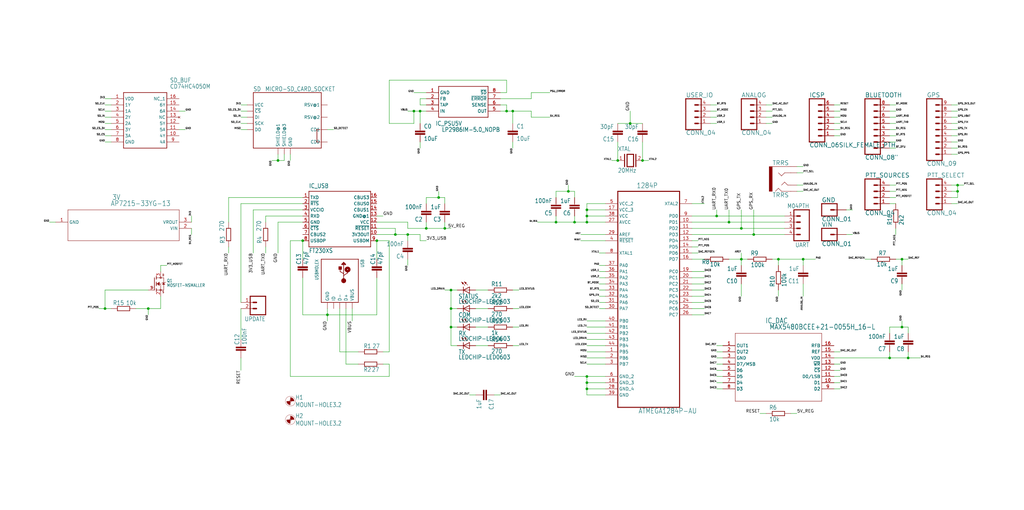
<source format=kicad_sch>
(kicad_sch (version 20211123) (generator eeschema)
  (paper "User" 421.005 210.007)
  (junction (at 264.16 66.04))
  (junction (at 185.42 119.38))
  (junction (at 259.08 50.8))
  (junction (at 208.28 45.72))
  (junction (at 185.42 134.62))
  (junction (at 241.3 91.44))
  (junction (at 185.42 127))
  (junction (at 170.18 45.72))
  (junction (at 294.64 88.9))
  (junction (at 370.84 106.68))
  (junction (at 241.3 86.36))
  (junction (at 172.72 45.72))
  (junction (at 304.8 93.98))
  (junction (at 393.7 76.2))
  (junction (at 134.62 129.54))
  (junction (at 182.88 93.98))
  (junction (at 114.3 66.04))
  (junction (at 241.3 157.48))
  (junction (at 373.38 147.32))
  (junction (at 162.56 96.52))
  (junction (at 180.34 81.28))
  (junction (at 241.3 160.02))
  (junction (at 60.96 127))
  (junction (at 304.8 106.68))
  (junction (at 233.68 78.74))
  (junction (at 43.18 127))
  (junction (at 370.84 134.62))
  (junction (at 241.3 88.9))
  (junction (at 175.26 93.98))
  (junction (at 365.76 147.32))
  (junction (at 299.72 91.44))
  (junction (at 124.46 99.06))
  (junction (at 228.6 91.44))
  (junction (at 309.88 96.52))
  (junction (at 210.82 45.72))
  (junction (at 254 66.04))
  (junction (at 167.64 96.52))
  (junction (at 154.94 99.06))
  (junction (at 393.7 78.74))
  (junction (at 241.3 154.94))
  (junction (at 330.2 106.68))
  (junction (at 236.22 91.44))
  (junction (at 320.04 106.68))
  (wire (pts (xy 248.92 114.3) (xy 246.38 114.3)))
  (wire (pts (xy 114.3 63.5) (xy 114.3 66.04)))
  (wire (pts (xy 236.22 91.44) (xy 228.6 91.44)))
  (wire (pts (xy 284.48 127) (xy 289.56 127)))
  (wire (pts (xy 248.92 142.24) (xy 241.3 142.24)))
  (wire (pts (xy 365.76 48.26) (xy 368.3 48.26)))
  (wire (pts (xy 124.46 91.44) (xy 114.3 91.44)))
  (wire (pts (xy 167.64 106.68) (xy 167.64 109.22)))
  (wire (pts (xy 248.92 132.08) (xy 241.3 132.08)))
  (wire (pts (xy 284.48 116.84) (xy 289.56 116.84)))
  (wire (pts (xy 124.46 99.06) (xy 124.46 106.68)))
  (wire (pts (xy 154.94 99.06) (xy 160.02 99.06)))
  (wire (pts (xy 60.96 127) (xy 66.04 127)))
  (wire (pts (xy 259.08 50.8) (xy 264.16 50.8)))
  (wire (pts (xy 210.82 127) (xy 213.36 127)))
  (wire (pts (xy 248.92 127) (xy 246.38 127)))
  (wire (pts (xy 365.76 43.18) (xy 368.3 43.18)))
  (wire (pts (xy 167.64 93.98) (xy 175.26 93.98)))
  (wire (pts (xy 45.72 40.64) (xy 43.18 40.64)))
  (wire (pts (xy 299.72 91.44) (xy 322.58 91.44)))
  (wire (pts (xy 73.66 45.72) (xy 76.2 45.72)))
  (wire (pts (xy 294.64 86.36) (xy 294.64 88.9)))
  (wire (pts (xy 248.92 157.48) (xy 241.3 157.48)))
  (wire (pts (xy 365.76 83.82) (xy 368.3 83.82)))
  (wire (pts (xy 284.48 111.76) (xy 289.56 111.76)))
  (wire (pts (xy 101.6 53.34) (xy 99.06 53.34)))
  (wire (pts (xy 43.18 127) (xy 40.64 127)))
  (wire (pts (xy 99.06 147.32) (xy 99.06 152.4)))
  (wire (pts (xy 104.14 86.36) (xy 104.14 104.14)))
  (wire (pts (xy 167.64 99.06) (xy 167.64 96.52)))
  (wire (pts (xy 391.16 78.74) (xy 393.7 78.74)))
  (wire (pts (xy 299.72 91.44) (xy 299.72 86.36)))
  (wire (pts (xy 368.3 106.68) (xy 370.84 106.68)))
  (wire (pts (xy 210.82 142.24) (xy 213.36 142.24)))
  (wire (pts (xy 365.76 60.96) (xy 368.3 60.96)))
  (wire (pts (xy 248.92 116.84) (xy 246.38 116.84)))
  (wire (pts (xy 185.42 142.24) (xy 185.42 134.62)))
  (wire (pts (xy 254 66.04) (xy 254 58.42)))
  (wire (pts (xy 101.6 43.18) (xy 99.06 43.18)))
  (wire (pts (xy 193.04 162.56) (xy 195.58 162.56)))
  (wire (pts (xy 284.48 101.6) (xy 287.02 101.6)))
  (wire (pts (xy 124.46 88.9) (xy 109.22 88.9)))
  (wire (pts (xy 391.16 48.26) (xy 393.7 48.26)))
  (wire (pts (xy 157.48 144.78) (xy 160.02 144.78)))
  (wire (pts (xy 330.2 116.84) (xy 330.2 121.92)))
  (wire (pts (xy 147.32 149.86) (xy 142.24 149.86)))
  (wire (pts (xy 284.48 121.92) (xy 289.56 121.92)))
  (wire (pts (xy 218.44 40.64) (xy 218.44 38.1)))
  (wire (pts (xy 172.72 45.72) (xy 172.72 50.8)))
  (wire (pts (xy 119.38 63.5) (xy 119.38 66.04)))
  (wire (pts (xy 248.92 121.92) (xy 246.38 121.92)))
  (wire (pts (xy 248.92 111.76) (xy 246.38 111.76)))
  (wire (pts (xy 284.48 119.38) (xy 289.56 119.38)))
  (wire (pts (xy 175.26 38.1) (xy 170.18 38.1)))
  (wire (pts (xy 365.76 45.72) (xy 368.3 45.72)))
  (wire (pts (xy 208.28 45.72) (xy 210.82 45.72)))
  (wire (pts (xy 292.1 50.8) (xy 294.64 50.8)))
  (wire (pts (xy 393.7 78.74) (xy 393.7 76.2)))
  (wire (pts (xy 370.84 116.84) (xy 370.84 119.38)))
  (wire (pts (xy 317.5 106.68) (xy 320.04 106.68)))
  (wire (pts (xy 342.9 160.02) (xy 345.44 160.02)))
  (wire (pts (xy 368.3 93.98) (xy 368.3 96.52)))
  (wire (pts (xy 162.56 93.98) (xy 162.56 96.52)))
  (wire (pts (xy 119.38 154.94) (xy 160.02 154.94)))
  (wire (pts (xy 241.3 162.56) (xy 248.92 162.56)))
  (wire (pts (xy 314.96 43.18) (xy 317.5 43.18)))
  (wire (pts (xy 342.9 50.8) (xy 345.44 50.8)))
  (wire (pts (xy 167.64 91.44) (xy 167.64 93.98)))
  (wire (pts (xy 154.94 88.9) (xy 157.48 88.9)))
  (wire (pts (xy 45.72 43.18) (xy 43.18 43.18)))
  (wire (pts (xy 218.44 48.26) (xy 226.06 48.26)))
  (wire (pts (xy 264.16 66.04) (xy 266.7 66.04)))
  (wire (pts (xy 160.02 50.8) (xy 170.18 50.8)))
  (wire (pts (xy 393.7 81.28) (xy 393.7 78.74)))
  (wire (pts (xy 342.9 53.34) (xy 345.44 53.34)))
  (wire (pts (xy 370.84 134.62) (xy 370.84 132.08)))
  (wire (pts (xy 180.34 81.28) (xy 175.26 81.28)))
  (wire (pts (xy 116.84 63.5) (xy 116.84 66.04)))
  (wire (pts (xy 205.74 43.18) (xy 208.28 43.18)))
  (wire (pts (xy 292.1 48.26) (xy 294.64 48.26)))
  (wire (pts (xy 99.06 127) (xy 99.06 139.7)))
  (wire (pts (xy 248.92 147.32) (xy 241.3 147.32)))
  (wire (pts (xy 254 66.04) (xy 251.46 66.04)))
  (wire (pts (xy 134.62 127) (xy 134.62 129.54)))
  (wire (pts (xy 124.46 99.06) (xy 119.38 99.06)))
  (wire (pts (xy 241.3 86.36) (xy 241.3 88.9)))
  (wire (pts (xy 391.16 43.18) (xy 393.7 43.18)))
  (wire (pts (xy 185.42 134.62) (xy 185.42 127)))
  (wire (pts (xy 327.66 71.12) (xy 330.2 71.12)))
  (wire (pts (xy 370.84 134.62) (xy 373.38 134.62)))
  (wire (pts (xy 43.18 119.38) (xy 60.96 119.38)))
  (wire (pts (xy 205.74 40.64) (xy 218.44 40.64)))
  (wire (pts (xy 139.7 127) (xy 139.7 144.78)))
  (wire (pts (xy 241.3 160.02) (xy 241.3 162.56)))
  (wire (pts (xy 314.96 48.26) (xy 317.5 48.26)))
  (wire (pts (xy 284.48 93.98) (xy 304.8 93.98)))
  (wire (pts (xy 365.76 137.16) (xy 365.76 134.62)))
  (wire (pts (xy 172.72 45.72) (xy 170.18 45.72)))
  (wire (pts (xy 248.92 119.38) (xy 246.38 119.38)))
  (wire (pts (xy 314.96 45.72) (xy 317.5 45.72)))
  (wire (pts (xy 241.3 91.44) (xy 248.92 91.44)))
  (wire (pts (xy 185.42 127) (xy 185.42 119.38)))
  (wire (pts (xy 228.6 88.9) (xy 228.6 91.44)))
  (wire (pts (xy 342.9 147.32) (xy 365.76 147.32)))
  (wire (pts (xy 142.24 127) (xy 142.24 149.86)))
  (wire (pts (xy 365.76 144.78) (xy 365.76 147.32)))
  (wire (pts (xy 109.22 88.9) (xy 109.22 91.44)))
  (wire (pts (xy 208.28 43.18) (xy 208.28 45.72)))
  (wire (pts (xy 55.88 127) (xy 60.96 127)))
  (wire (pts (xy 248.92 160.02) (xy 241.3 160.02)))
  (wire (pts (xy 172.72 40.64) (xy 172.72 43.18)))
  (wire (pts (xy 304.8 93.98) (xy 322.58 93.98)))
  (wire (pts (xy 297.18 144.78) (xy 294.64 144.78)))
  (wire (pts (xy 233.68 78.74) (xy 233.68 76.2)))
  (wire (pts (xy 233.68 78.74) (xy 236.22 78.74)))
  (wire (pts (xy 358.14 106.68) (xy 355.6 106.68)))
  (wire (pts (xy 327.66 68.58) (xy 330.2 68.58)))
  (wire (pts (xy 259.08 50.8) (xy 259.08 45.72)))
  (wire (pts (xy 342.9 154.94) (xy 345.44 154.94)))
  (wire (pts (xy 124.46 83.82) (xy 99.06 83.82)))
  (wire (pts (xy 185.42 119.38) (xy 182.88 119.38)))
  (wire (pts (xy 187.96 127) (xy 185.42 127)))
  (wire (pts (xy 248.92 139.7) (xy 241.3 139.7)))
  (wire (pts (xy 365.76 134.62) (xy 370.84 134.62)))
  (wire (pts (xy 187.96 134.62) (xy 185.42 134.62)))
  (wire (pts (xy 182.88 93.98) (xy 185.42 93.98)))
  (wire (pts (xy 167.64 96.52) (xy 172.72 96.52)))
  (wire (pts (xy 304.8 116.84) (xy 304.8 121.92)))
  (wire (pts (xy 284.48 99.06) (xy 287.02 99.06)))
  (wire (pts (xy 101.6 48.26) (xy 99.06 48.26)))
  (wire (pts (xy 248.92 83.82) (xy 241.3 83.82)))
  (wire (pts (xy 175.26 91.44) (xy 175.26 93.98)))
  (wire (pts (xy 175.26 83.82) (xy 175.26 81.28)))
  (wire (pts (xy 248.92 137.16) (xy 241.3 137.16)))
  (wire (pts (xy 391.16 58.42) (xy 393.7 58.42)))
  (wire (pts (xy 205.74 45.72) (xy 208.28 45.72)))
  (wire (pts (xy 284.48 124.46) (xy 289.56 124.46)))
  (wire (pts (xy 297.18 154.94) (xy 294.64 154.94)))
  (wire (pts (xy 284.48 106.68) (xy 289.56 106.68)))
  (wire (pts (xy 187.96 119.38) (xy 185.42 119.38)))
  (wire (pts (xy 154.94 96.52) (xy 162.56 96.52)))
  (wire (pts (xy 210.82 45.72) (xy 210.82 50.8)))
  (wire (pts (xy 172.72 99.06) (xy 175.26 99.06)))
  (wire (pts (xy 292.1 45.72) (xy 294.64 45.72)))
  (wire (pts (xy 154.94 129.54) (xy 134.62 129.54)))
  (wire (pts (xy 124.46 129.54) (xy 134.62 129.54)))
  (wire (pts (xy 284.48 114.3) (xy 289.56 114.3)))
  (wire (pts (xy 391.16 53.34) (xy 393.7 53.34)))
  (wire (pts (xy 208.28 33.02) (xy 160.02 33.02)))
  (wire (pts (xy 66.04 127) (xy 66.04 121.92)))
  (wire (pts (xy 304.8 106.68) (xy 304.8 109.22)))
  (wire (pts (xy 160.02 149.86) (xy 157.48 149.86)))
  (wire (pts (xy 134.62 129.54) (xy 134.62 132.08)))
  (wire (pts (xy 66.04 111.76) (xy 66.04 109.22)))
  (wire (pts (xy 330.2 106.68) (xy 335.28 106.68)))
  (wire (pts (xy 210.82 58.42) (xy 210.82 60.96)))
  (wire (pts (xy 248.92 154.94) (xy 241.3 154.94)))
  (wire (pts (xy 391.16 50.8) (xy 393.7 50.8)))
  (wire (pts (xy 391.16 83.82) (xy 393.7 83.82)))
  (wire (pts (xy 187.96 142.24) (xy 185.42 142.24)))
  (wire (pts (xy 119.38 99.06) (xy 119.38 154.94)))
  (wire (pts (xy 342.9 144.78) (xy 345.44 144.78)))
  (wire (pts (xy 241.3 83.82) (xy 241.3 86.36)))
  (wire (pts (xy 78.74 93.98) (xy 78.74 96.52)))
  (wire (pts (xy 284.48 88.9) (xy 294.64 88.9)))
  (wire (pts (xy 320.04 106.68) (xy 330.2 106.68)))
  (wire (pts (xy 73.66 53.34) (xy 76.2 53.34)))
  (wire (pts (xy 342.9 43.18) (xy 345.44 43.18)))
  (wire (pts (xy 320.04 106.68) (xy 320.04 109.22)))
  (wire (pts (xy 248.92 134.62) (xy 241.3 134.62)))
  (wire (pts (xy 347.98 86.36) (xy 350.52 86.36)))
  (wire (pts (xy 124.46 81.28) (xy 93.98 81.28)))
  (wire (pts (xy 248.92 99.06) (xy 238.76 99.06)))
  (wire (pts (xy 172.72 43.18) (xy 175.26 43.18)))
  (wire (pts (xy 114.3 91.44) (xy 114.3 104.14)))
  (wire (pts (xy 297.18 147.32) (xy 294.64 147.32)))
  (wire (pts (xy 78.74 91.44) (xy 78.74 88.9)))
  (wire (pts (xy 99.06 83.82) (xy 99.06 124.46)))
  (wire (pts (xy 160.02 99.06) (xy 160.02 144.78)))
  (wire (pts (xy 373.38 144.78) (xy 373.38 147.32)))
  (wire (pts (xy 248.92 96.52) (xy 238.76 96.52)))
  (wire (pts (xy 45.72 48.26) (xy 43.18 48.26)))
  (wire (pts (xy 124.46 114.3) (xy 124.46 129.54)))
  (wire (pts (xy 248.92 86.36) (xy 241.3 86.36)))
  (wire (pts (xy 248.92 144.78) (xy 241.3 144.78)))
  (wire (pts (xy 248.92 149.86) (xy 241.3 149.86)))
  (wire (pts (xy 254 50.8) (xy 259.08 50.8)))
  (wire (pts (xy 195.58 119.38) (xy 200.66 119.38)))
  (wire (pts (xy 297.18 160.02) (xy 294.64 160.02)))
  (wire (pts (xy 45.72 50.8) (xy 43.18 50.8)))
  (wire (pts (xy 154.94 114.3) (xy 154.94 129.54)))
  (wire (pts (xy 241.3 154.94) (xy 241.3 157.48)))
  (wire (pts (xy 195.58 127) (xy 200.66 127)))
  (wire (pts (xy 45.72 127) (xy 43.18 127)))
  (wire (pts (xy 292.1 43.18) (xy 294.64 43.18)))
  (wire (pts (xy 109.22 101.6) (xy 109.22 104.14)))
  (wire (pts (xy 342.9 157.48) (xy 345.44 157.48)))
  (wire (pts (xy 365.76 55.88) (xy 368.3 55.88)))
  (wire (pts (xy 241.3 91.44) (xy 236.22 91.44)))
  (wire (pts (xy 162.56 96.52) (xy 167.64 96.52)))
  (wire (pts (xy 365.76 50.8) (xy 368.3 50.8)))
  (wire (pts (xy 101.6 45.72) (xy 99.06 45.72)))
  (wire (pts (xy 241.3 157.48) (xy 241.3 160.02)))
  (wire (pts (xy 203.2 162.56) (xy 205.74 162.56)))
  (wire (pts (xy 154.94 93.98) (xy 162.56 93.98)))
  (wire (pts (xy 342.9 45.72) (xy 345.44 45.72)))
  (wire (pts (xy 297.18 149.86) (xy 294.64 149.86)))
  (wire (pts (xy 314.96 170.18) (xy 312.42 170.18)))
  (wire (pts (xy 365.76 76.2) (xy 368.3 76.2)))
  (wire (pts (xy 208.28 38.1) (xy 208.28 33.02)))
  (wire (pts (xy 43.18 127) (xy 43.18 119.38)))
  (wire (pts (xy 218.44 38.1) (xy 226.06 38.1)))
  (wire (pts (xy 134.62 53.34) (xy 137.16 53.34)))
  (wire (pts (xy 284.48 96.52) (xy 309.88 96.52)))
  (wire (pts (xy 246.38 104.14) (xy 248.92 104.14)))
  (wire (pts (xy 347.98 96.52) (xy 350.52 96.52)))
  (wire (pts (xy 170.18 45.72) (xy 167.64 45.72)))
  (wire (pts (xy 114.3 66.04) (xy 111.76 66.04)))
  (wire (pts (xy 248.92 124.46) (xy 246.38 124.46)))
  (wire (pts (xy 393.7 76.2) (xy 396.24 76.2)))
  (wire (pts (xy 365.76 53.34) (xy 368.3 53.34)))
  (wire (pts (xy 342.9 149.86) (xy 345.44 149.86)))
  (wire (pts (xy 264.16 66.04) (xy 264.16 58.42)))
  (wire (pts (xy 236.22 78.74) (xy 236.22 81.28)))
  (wire (pts (xy 175.26 93.98) (xy 182.88 93.98)))
  (wire (pts (xy 289.56 83.82) (xy 284.48 83.82)))
  (wire (pts (xy 93.98 81.28) (xy 93.98 91.44)))
  (wire (pts (xy 154.94 106.68) (xy 154.94 99.06)))
  (wire (pts (xy 373.38 147.32) (xy 378.46 147.32)))
  (wire (pts (xy 180.34 81.28) (xy 180.34 78.74)))
  (wire (pts (xy 205.74 38.1) (xy 208.28 38.1)))
  (wire (pts (xy 154.94 91.44) (xy 167.64 91.44)))
  (wire (pts (xy 304.8 93.98) (xy 304.8 86.36)))
  (wire (pts (xy 370.84 106.68) (xy 370.84 109.22)))
  (wire (pts (xy 391.16 45.72) (xy 393.7 45.72)))
  (wire (pts (xy 228.6 81.28) (xy 228.6 78.74)))
  (wire (pts (xy 391.16 76.2) (xy 393.7 76.2)))
  (wire (pts (xy 342.9 152.4) (xy 345.44 152.4)))
  (wire (pts (xy 327.66 78.74) (xy 330.2 78.74)))
  (wire (pts (xy 391.16 63.5) (xy 393.7 63.5)))
  (wire (pts (xy 210.82 45.72) (xy 218.44 45.72)))
  (wire (pts (xy 241.3 88.9) (xy 241.3 91.44)))
  (wire (pts (xy 373.38 134.62) (xy 373.38 137.16)))
  (wire (pts (xy 342.9 48.26) (xy 345.44 48.26)))
  (wire (pts (xy 210.82 134.62) (xy 213.36 134.62)))
  (wire (pts (xy 124.46 86.36) (xy 104.14 86.36)))
  (wire (pts (xy 172.72 58.42) (xy 172.72 60.96)))
  (wire (pts (xy 175.26 40.64) (xy 172.72 40.64)))
  (wire (pts (xy 45.72 53.34) (xy 43.18 53.34)))
  (wire (pts (xy 327.66 76.2) (xy 330.2 76.2)))
  (wire (pts (xy 309.88 96.52) (xy 322.58 96.52)))
  (wire (pts (xy 218.44 45.72) (xy 218.44 48.26)))
  (wire (pts (xy 391.16 81.28) (xy 393.7 81.28)))
  (wire (pts (xy 365.76 147.32) (xy 373.38 147.32)))
  (wire (pts (xy 365.76 78.74) (xy 368.3 78.74)))
  (wire (pts (xy 182.88 83.82) (xy 182.88 81.28)))
  (wire (pts (xy 325.12 170.18) (xy 327.66 170.18)))
  (wire (pts (xy 391.16 60.96) (xy 393.7 60.96)))
  (wire (pts (xy 309.88 96.52) (xy 309.88 86.36)))
  (wire (pts (xy 314.96 50.8) (xy 317.5 50.8)))
  (wire (pts (xy 172.72 96.52) (xy 172.72 99.06)))
  (wire (pts (xy 182.88 91.44) (xy 182.88 93.98)))
  (wire (pts (xy 66.04 109.22) (xy 68.58 109.22)))
  (wire (pts (xy 144.78 127) (xy 144.78 132.08)))
  (wire (pts (xy 93.98 101.6) (xy 93.98 104.14)))
  (wire (pts (xy 228.6 91.44) (xy 220.98 91.44)))
  (wire (pts (xy 116.84 66.04) (xy 114.3 66.04)))
  (wire (pts (xy 210.82 119.38) (xy 213.36 119.38)))
  (wire (pts (xy 175.26 45.72) (xy 172.72 45.72)))
  (wire (pts (xy 45.72 45.72) (xy 43.18 45.72)))
  (wire (pts (xy 297.18 157.48) (xy 294.64 157.48)))
  (wire (pts (xy 284.48 104.14) (xy 287.02 104.14)))
  (wire (pts (xy 391.16 55.88) (xy 393.7 55.88)))
  (wire (pts (xy 297.18 152.4) (xy 294.64 152.4)))
  (wire (pts (xy 45.72 55.88) (xy 43.18 55.88)))
  (wire (pts (xy 297.18 142.24) (xy 294.64 142.24)))
  (wire (pts (xy 45.72 58.42) (xy 43.18 58.42)))
  (wire (pts (xy 365.76 81.28) (xy 368.3 81.28)))
  (wire (pts (xy 160.02 154.94) (xy 160.02 149.86)))
  (wire (pts (xy 370.84 106.68) (xy 373.38 106.68)))
  (wire (pts (xy 248.92 88.9) (xy 241.3 88.9)))
  (wire (pts (xy 304.8 106.68) (xy 307.34 106.68)))
  (wire (pts (xy 320.04 119.38) (xy 320.04 121.92)))
  (wire (pts (xy 139.7 144.78) (xy 147.32 144.78)))
  (wire (pts (xy 195.58 142.24) (xy 200.66 142.24)))
  (wire (pts (xy 304.8 106.68) (xy 304.8 104.14)))
  (wire (pts (xy 284.48 129.54) (xy 289.56 129.54)))
  (wire (pts (xy 22.86 91.44) (xy 20.32 91.44)))
  (wire (pts (xy 228.6 78.74) (xy 233.68 78.74)))
  (wire (pts (xy 60.96 127) (xy 60.96 129.54)))
  (wire (pts (xy 299.72 106.68) (xy 304.8 106.68)))
  (wire (pts (xy 284.48 91.44) (xy 299.72 91.44)))
  (wire (pts (xy 101.6 50.8) (xy 99.06 50.8)))
  (wire (pts (xy 365.76 58.42) (xy 368.3 58.42)))
  (wire (pts (xy 160.02 33.02) (xy 160.02 50.8)))
  (wire (pts (xy 170.18 50.8) (xy 170.18 45.72)))
  (wire (pts (xy 182.88 81.28) (xy 180.34 81.28)))
  (wire (pts (xy 241.3 154.94) (xy 236.22 154.94)))
  (wire (pts (xy 236.22 88.9) (xy 236.22 91.44)))
  (wire (pts (xy 294.64 88.9) (xy 322.58 88.9)))
  (wire (pts (xy 248.92 109.22) (xy 246.38 109.22)))
  (wire (pts (xy 330.2 106.68) (xy 330.2 109.22)))
  (wire (pts (xy 342.9 55.88) (xy 345.44 55.88)))
  (wire (pts (xy 195.58 134.62) (xy 200.66 134.62)))
  (label "SD_IN" (at 99.06 48.26 180) (effects (font (size 0.7112 0.7112))))
  (label "MISO" (at 99.06 53.34 180) (effects (font (size 0.7112 0.7112))))
  (label "GND" (at 370.84 132.08 90) (effects (font (size 0.7112 0.7112))))
  (label "SD_CS" (at 43.18 55.88 180) (effects (font (size 0.7112 0.7112))))
  (label "GND" (at 393.7 58.42 0) (effects (font (size 0.7112 0.7112))))
  (label "3V3_USB" (at 104.14 104.14 270) (effects (font (size 1.2446 1.2446))))
  (label "DAC6" (at 289.56 127 0) (effects (font (size 0.7112 0.7112))))
  (label "AREF" (at 304.8 104.14 180) (effects (font (size 0.7112 0.7112))))
  (label "PTT_NEG" (at 368.3 96.52 270) (effects (font (size 0.7112 0.7112))))
  (label "GND" (at 172.72 60.96 270) (effects (font (size 0.7112 0.7112))))
  (label "AREF" (at 238.76 96.52 180) (effects (font (size 0.569 0.569))))
  (label "DAC4" (at 294.64 157.48 180) (effects (font (size 0.7112 0.7112))))
  (label "SCLK" (at 43.18 45.72 180) (effects (font (size 0.7112 0.7112))))
  (label "GND" (at 317.5 50.8 0) (effects (font (size 0.7112 0.7112))))
  (label "SD_CLK" (at 43.18 43.18 180) (effects (font (size 0.7112 0.7112))))
  (label "GPS_TX" (at 393.7 53.34 0) (effects (font (size 0.7112 0.7112))))
  (label "PTT_POS" (at 368.3 76.2 0) (effects (font (size 0.7112 0.7112))))
  (label "5V_REG" (at 184.15 93.98 0) (effects (font (size 1.2446 1.2446))))
  (label "SD_CS_3V" (at 99.06 45.72 180) (effects (font (size 0.7112 0.7112))))
  (label "GND" (at 259.08 45.72 90) (effects (font (size 1.2446 1.2446))))
  (label "BT_MODE" (at 246.38 116.84 180) (effects (font (size 0.7112 0.7112))))
  (label "USR_2" (at 294.64 48.26 0) (effects (font (size 0.7112 0.7112))))
  (label "PTT_POS" (at 287.02 101.6 0) (effects (font (size 0.7112 0.7112))))
  (label "GND" (at 119.38 66.04 270) (effects (font (size 0.7112 0.7112))))
  (label "5V_REG" (at 78.74 96.52 270) (effects (font (size 0.7112 0.7112))))
  (label "DAC_REFGEN" (at 355.6 106.68 180) (effects (font (size 0.7112 0.7112))))
  (label "SD_DETECT" (at 246.38 127 180) (effects (font (size 0.7112 0.7112))))
  (label "PSU_ERROR" (at 226.06 38.1 0) (effects (font (size 0.7112 0.7112))))
  (label "UART_RX0" (at 368.3 48.26 0) (effects (font (size 0.7112 0.7112))))
  (label "3V3" (at 78.74 88.9 90) (effects (font (size 0.7112 0.7112))))
  (label "DAC7" (at 289.56 129.54 0) (effects (font (size 0.7112 0.7112))))
  (label "LED_TX" (at 241.3 134.62 180) (effects (font (size 0.7112 0.7112))))
  (label "GND" (at 320.04 121.92 270) (effects (font (size 0.7112 0.7112))))
  (label "PTT_NEG" (at 368.3 78.74 0) (effects (font (size 0.7112 0.7112))))
  (label "LED_DRAIN" (at 182.88 119.38 180) (effects (font (size 0.7112 0.7112))))
  (label "ANALOG_IN" (at 330.2 76.2 0) (effects (font (size 0.7112 0.7112))))
  (label "MOSI" (at 43.18 50.8 180) (effects (font (size 0.7112 0.7112))))
  (label "GND" (at 60.96 129.54 270) (effects (font (size 0.7112 0.7112))))
  (label "DAC0" (at 289.56 111.76 0) (effects (font (size 0.7112 0.7112))))
  (label "BT_RTS" (at 246.38 119.38 180) (effects (font (size 0.7112 0.7112))))
  (label "DAC5" (at 294.64 154.94 180) (effects (font (size 0.7112 0.7112))))
  (label "ANALOG_IN" (at 330.2 121.92 270) (effects (font (size 0.7112 0.7112))))
  (label "DAC_DC_OUT" (at 345.44 144.78 0) (effects (font (size 0.7112 0.7112))))
  (label "5V_REG" (at 220.98 91.44 180) (effects (font (size 0.569 0.569))))
  (label "GND" (at 20.32 91.44 180) (effects (font (size 0.7112 0.7112))))
  (label "GND" (at 170.18 38.1 180) (effects (font (size 0.7112 0.7112))))
  (label "LED_STATUS" (at 241.3 137.16 180) (effects (font (size 0.7112 0.7112))))
  (label "BT_DFU" (at 368.3 60.96 0) (effects (font (size 0.7112 0.7112))))
  (label "DAC2" (at 345.44 160.02 0) (effects (font (size 0.7112 0.7112))))
  (label "MOSI" (at 241.3 144.78 180) (effects (font (size 0.7112 0.7112))))
  (label "DAC5" (at 289.56 124.46 0) (effects (font (size 0.7112 0.7112))))
  (label "UART_TX0" (at 109.22 104.14 270) (effects (font (size 1.2446 1.2446))))
  (label "SD_DETECT" (at 137.16 53.34 0) (effects (font (size 0.7112 0.7112))))
  (label "GND" (at 233.68 76.2 90) (effects (font (size 0.7112 0.7112))))
  (label "DAC_AC_OUT" (at 330.2 78.74 0) (effects (font (size 0.7112 0.7112))))
  (label "PTT_SEL" (at 330.2 71.12 0) (effects (font (size 0.7112 0.7112))))
  (label "BT_MODE" (at 368.3 43.18 0) (effects (font (size 0.7112 0.7112))))
  (label "3V3_USB" (at 175.26 99.06 0) (effects (font (size 1.2446 1.2446))))
  (label "LED_RX" (at 213.36 134.62 0) (effects (font (size 0.7112 0.7112))))
  (label "GPS_RX" (at 309.88 86.36 90) (effects (font (size 1.2446 1.2446))))
  (label "XTAL1" (at 251.46 66.04 180) (effects (font (size 0.7112 0.7112))))
  (label "GPS_3V3_OUT" (at 393.7 43.18 0) (effects (font (size 0.7112 0.7112))))
  (label "VBUS" (at 144.78 132.08 270) (effects (font (size 1.2446 1.2446))))
  (label "GND" (at 350.52 86.36 90) (effects (font (size 0.7112 0.7112))))
  (label "SCLK" (at 241.3 149.86 180) (effects (font (size 0.7112 0.7112))))
  (label "GND" (at 134.62 132.08 270) (effects (font (size 1.2446 1.2446))))
  (label "DAC_REF" (at 294.64 142.24 180) (effects (font (size 0.7112 0.7112))))
  (label "LED_RX" (at 241.3 132.08 180) (effects (font (size 0.7112 0.7112))))
  (label "SD_CS" (at 246.38 124.46 180) (effects (font (size 0.7112 0.7112))))
  (label "GPS_FIX" (at 393.7 50.8 0) (effects (font (size 0.7112 0.7112))))
  (label "GND" (at 43.18 58.42 180) (effects (font (size 0.7112 0.7112))))
  (label "GND" (at 180.34 78.74 90) (effects (font (size 0.7112 0.7112))))
  (label "PA0" (at 335.28 106.68 0) (effects (font (size 0.7112 0.7112))))
  (label "DAC_DC_OUT" (at 193.04 162.56 180) (effects (font (size 0.7112 0.7112))))
  (label "USR_1" (at 246.38 111.76 180) (effects (font (size 0.7112 0.7112))))
  (label "USR_2" (at 246.38 114.3 180) (effects (font (size 0.7112 0.7112))))
  (label "3V3" (at 99.06 43.18 180) (effects (font (size 0.7112 0.7112))))
  (label "SD_CS_3V" (at 43.18 53.34 180) (effects (font (size 0.7112 0.7112))))
  (label "3V3" (at 43.18 40.64 180) (effects (font (size 0.7112 0.7112))))
  (label "GND" (at 304.8 121.92 270) (effects (font (size 0.7112 0.7112))))
  (label "RESET" (at 238.76 99.06 180) (effects (font (size 0.569 0.569))))
  (label "DAC3" (at 294.64 160.02 180) (effects (font (size 0.7112 0.7112))))
  (label "DAC_REF" (at 373.38 106.68 0) (effects (font (size 0.7112 0.7112))))
  (label "BT_MODE" (at 294.64 45.72 0) (effects (font (size 0.7112 0.7112))))
  (label "UART_RX0" (at 93.98 104.14 270) (effects (font (size 1.2446 1.2446))))
  (label "DAC7" (at 294.64 149.86 180) (effects (font (size 0.7112 0.7112))))
  (label "LED_COM" (at 241.3 142.24 180) (effects (font (size 0.7112 0.7112))))
  (label "GND" (at 294.64 147.32 180) (effects (font (size 0.7112 0.7112))))
  (label "RESET" (at 345.44 43.18 0) (effects (font (size 0.7112 0.7112))))
  (label "GPS_TX" (at 304.8 86.36 90) (effects (font (size 1.2446 1.2446))))
  (label "MOSI" (at 345.44 48.26 0) (effects (font (size 0.7112 0.7112))))
  (label "GND" (at 368.3 58.42 0) (effects (font (size 0.7112 0.7112))))
  (label "SD_IN" (at 43.18 48.26 180) (effects (font (size 0.7112 0.7112))))
  (label "XTAL1" (at 246.38 104.14 180) (effects (font (size 0.7112 0.7112))))
  (label "5V_REG" (at 327.66 170.18 0) (effects (font (size 1.2446 1.2446))))
  (label "DAC1" (at 345.44 157.48 0) (effects (font (size 0.7112 0.7112))))
  (label "MISO" (at 241.3 147.32 180) (effects (font (size 0.7112 0.7112))))
  (label "SD_CLK" (at 99.06 50.8 180) (effects (font (size 0.7112 0.7112))))
  (label "ANALOG_IN" (at 317.5 48.26 0) (effects (font (size 0.7112 0.7112))))
  (label "5V_REG" (at 393.7 60.96 0) (effects (font (size 0.7112 0.7112))))
  (label "PTT_SEL" (at 317.5 45.72 0) (effects (font (size 0.7112 0.7112))))
  (label "UART_TX0" (at 368.3 50.8 0) (effects (font (size 0.7112 0.7112))))
  (label "GPS_VBAT" (at 393.7 48.26 0) (effects (font (size 0.7112 0.7112))))
  (label "DAC1" (at 289.56 114.3 0) (effects (font (size 0.7112 0.7112))))
  (label "DAC2" (at 289.56 116.84 0) (effects (font (size 0.7112 0.7112))))
  (label "RESET" (at 99.06 152.4 270) (effects (font (size 1.2446 1.2446))))
  (label "5V_REG" (at 226.06 48.26 0) (effects (font (size 0.7112 0.7112))))
  (label "GND" (at 210.82 60.96 270) (effects (font (size 0.7112 0.7112))))
  (label "GND" (at 167.64 109.22 270) (effects (font (size 0.7112 0.7112))))
  (label "GND" (at 76.2 53.34 0) (effects (font (size 0.7112 0.7112))))
  (label "5V_REG" (at 368.3 53.34 0) (effects (font (size 0.7112 0.7112))))
  (label "GND" (at 157.48 88.9 0) (effects (font (size 1.2446 1.2446))))
  (label "DAC_AC_OUT" (at 205.74 162.56 0) (effects (font (size 0.7112 0.7112))))
  (label "GND" (at 345.44 149.86 0) (effects (font (size 0.7112 0.7112))))
  (label "MISO" (at 345.44 45.72 0) (effects (font (size 0.7112 0.7112))))
  (label "DAC_AC_OUT" (at 393.7 83.82 0) (effects (font (size 0.7112 0.7112))))
  (label "GND" (at 236.22 154.94 180) (effects (font (size 1.2446 1.2446))))
  (label "GND" (at 370.84 119.38 270) (effects (font (size 0.7112 0.7112))))
  (label "PTT_MOSFET" (at 68.58 109.22 0) (effects (font (size 0.7112 0.7112))))
  (label "RESET" (at 312.42 170.18 180) (effects (font (size 1.2446 1.2446))))
  (label "GND" (at 345.44 55.88 0) (effects (font (size 0.7112 0.7112))))
  (label "PTT_NEG" (at 287.02 99.06 0) (effects (font (size 0.7112 0.7112))))
  (label "VBUS" (at 350.52 96.52 0) (effects (font (size 0.7112 0.7112))))
  (label "DAC0" (at 345.44 154.94 0) (effects (font (size 0.7112 0.7112))))
  (label "GND" (at 114.3 104.14 270) (effects (font (size 1.2446 1.2446))))
  (label "PTT_MOSFET" (at 368.3 81.28 0) (effects (font (size 0.7112 0.7112))))
  (label "GND" (at 330.2 68.58 0) (effects (font (size 0.7112 0.7112))))
  (label "GPS_PPS" (at 393.7 63.5 0) (effects (font (size 0.7112 0.7112))))
  (label "GND" (at 345.44 152.4 0) (effects (font (size 0.7112 0.7112))))
  (label "BT_RTS" (at 294.64 43.18 0) (effects (font (size 0.7112 0.7112))))
  (label "GPS_RX" (at 393.7 55.88 0) (effects (font (size 0.7112 0.7112))))
  (label "LED_TX" (at 213.36 142.24 0) (effects (font (size 0.7112 0.7112))))
  (label "GPS_EN" (at 246.38 121.92 180) (effects (font (size 0.7112 0.7112))))
  (label "LED_DRAIN" (at 241.3 139.7 180) (effects (font (size 0.7112 0.7112))))
  (label "UART_RX0" (at 294.64 86.36 90) (effects (font (size 1.2446 1.2446))))
  (label "BT_RTS" (at 368.3 55.88 0) (effects (font (size 0.7112 0.7112))))
  (label "GND" (at 76.2 45.72 0) (effects (font (size 0.7112 0.7112))))
  (label "SCLK" (at 345.44 50.8 0) (effects (font (size 0.7112 0.7112))))
  (label "5V_REG" (at 345.44 53.34 0) (effects (font (size 0.7112 0.7112))))
  (label "USR_1" (at 294.64 50.8 0) (effects (font (size 0.7112 0.7112))))
  (label "5V_REG" (at 378.46 147.32 0) (effects (font (size 0.7112 0.7112))))
  (label "UART_TX0" (at 299.72 86.36 90) (effects (font (size 1.2446 1.2446))))
  (label "DAC3" (at 289.56 119.38 0) (effects (font (size 0.7112 0.7112))))
  (label "DAC_REFGEN" (at 287.02 104.14 0) (effects (font (size 0.7112 0.7112))))
  (label "GND" (at 111.76 66.04 270) (effects (font (size 0.7112 0.7112))))
  (label "GND" (at 368.3 45.72 0) (effects (font (size 0.7112 0.7112))))
  (label "PA0" (at 246.38 109.22 180) (effects (font (size 0.7112 0.7112))))
  (label "PTT_SEL" (at 396.24 76.2 0) (effects (font (size 0.7112 0.7112))))
  (label "GPS_EN" (at 393.7 45.72 0) (effects (font (size 0.7112 0.7112))))
  (label "PTT_POS" (at 40.64 127 180) (effects (font (size 0.7112 0.7112))))
  (label "DAC_AC_OUT" (at 317.5 43.18 0) (effects (font (size 0.7112 0.7112))))
  (label "XTAL2" (at 266.7 66.04 0) (effects (font (size 0.7112 0.7112))))
  (label "LED_COM" (at 213.36 127 0) (effects (font (size 0.7112 0.7112))))
  (label "LED_STATUS" (at 213.36 119.38 0) (effects (font (size 0.7112 0.7112))))
  (label "VBUS" (at 167.64 45.72 180) (effects (font (size 0.7112 0.7112))))
  (label "DAC6" (at 294.64 152.4 180) (effects (font (size 0.7112 0.7112))))
  (label "XTAL2" (at 289.56 83.82 90) (effects (font (size 0.7112 0.7112))))
  (label "DAC4" (at 289.56 121.92 0) (effects (font (size 0.7112 0.7112))))
  (label "GND" (at 294.64 144.78 180) (effects (font (size 0.7112 0.7112))))
  (symbol (lib_id "OpenModem_Schematic-eagle-import:R-EU_R0603") (at 294.64 106.68 0)
    (property "Reference" "R8" (at 288.544 108.7374 0) (effects (font (size 1.778 1.5113)) (justify left bottom)))
    (property "Value" "10k" (at 291.846 109.728 0) (effects (font (size 1.778 1.5113)) (justify left bottom)))
    (property "Footprint" "R0603" (effects hide))
  )
  (symbol (lib_id "OpenModem_Schematic-eagle-import:FT230XS") (at 139.7 88.9 0)
    (property "Reference" "IC_USB" (at 127 77.47 0) (effects (font (size 1.778 1.5113)) (justify left bottom)))
    (property "Value" "FT230XS" (at 127 104.14 0) (effects (font (size 1.778 1.5113)) (justify left bottom)))
    (property "Footprint" "SSOP16" (effects hide))
  )
  (symbol (lib_id "OpenModem_Schematic-eagle-import:CONN_01") (at 340.36 96.52 0)
    (property "Reference" "VIN" (at 337.82 93.472 0) (effects (font (size 1.778 1.778)) (justify left bottom)))
    (property "Value" "CONN_01" (at 337.82 101.346 0) (effects (font (size 1.778 1.778)) (justify left bottom)))
    (property "Footprint" "1X01" (effects hide))
  )
  (symbol (lib_id "OpenModem_Schematic-eagle-import:CONN_09") (at 381 53.34 0)
    (property "Reference" "GPS" (at 381 40.132 0) (effects (font (size 1.778 1.778)) (justify left bottom)))
    (property "Value" "CONN_09" (at 381 68.326 0) (effects (font (size 1.778 1.778)) (justify left bottom)))
    (property "Footprint" "1X09" (effects hide))
  )
  (symbol (lib_id "OpenModem_Schematic-eagle-import:C-EUC0603") (at 182.88 88.9 180)
    (property "Reference" "C3" (at 181.356 89.281 0) (effects (font (size 1.778 1.5113)) (justify left bottom)))
    (property "Value" "1uF" (at 181.356 84.201 0) (effects (font (size 1.778 1.5113)) (justify left bottom)))
    (property "Footprint" "C0603" (effects hide))
  )
  (symbol (lib_id "OpenModem_Schematic-eagle-import:ATMEGA1284P-AU") (at 266.7 119.38 0)
    (property "Reference" "1284P" (at 261.6708 77.4954 0) (effects (font (size 2.0828 1.7703)) (justify left bottom)))
    (property "Value" "ATMEGA1284P-AU" (at 262.4074 170.2308 0) (effects (font (size 2.0828 1.7703)) (justify left bottom)))
    (property "Footprint" "QFP80P1200X1200X120-44N" (effects hide))
  )
  (symbol (lib_id "OpenModem_Schematic-eagle-import:CONN_08{dblquote}") (at 360.68 53.34 0)
    (property "Reference" "BLUETOOTH" (at 355.6 40.132 0) (effects (font (size 1.778 1.778)) (justify left bottom)))
    (property "Value" "CONN_08{dblquote}" (at 355.6 65.786 0) (effects (font (size 1.778 1.778)) (justify left bottom)))
    (property "Footprint" "1X08" (effects hide))
  )
  (symbol (lib_id "OpenModem_Schematic-eagle-import:M02PTH") (at 106.68 124.46 180)
    (property "Reference" "UPDATE" (at 109.22 130.302 0) (effects (font (size 1.778 1.5113)) (justify left bottom)))
    (property "Value" "M02PTH" (effects hide))
    (property "Footprint" "1X02" (effects hide))
  )
  (symbol (lib_id "OpenModem_Schematic-eagle-import:LEDCHIP-LED0603") (at 193.04 119.38 270)
    (property "Reference" "STATUS" (at 188.468 122.936 90) (effects (font (size 1.778 1.5113)) (justify left bottom)))
    (property "Value" "LEDCHIP-LED0603" (at 188.468 125.095 90) (effects (font (size 1.778 1.5113)) (justify left bottom)))
    (property "Footprint" "CHIP-LED0603" (effects hide))
  )
  (symbol (lib_id "OpenModem_Schematic-eagle-import:R-EU_R0603") (at 93.98 96.52 90)
    (property "Reference" "R3" (at 92.4814 100.33 0) (effects (font (size 1.778 1.5113)) (justify left bottom)))
    (property "Value" "270" (at 92.202 95.25 0) (effects (font (size 1.778 1.5113)) (justify left bottom)))
    (property "Footprint" "R0603" (effects hide))
  )
  (symbol (lib_id "OpenModem_Schematic-eagle-import:C-EUC0603") (at 373.38 142.24 180)
    (property "Reference" "C8" (at 371.856 142.621 0) (effects (font (size 1.778 1.5113)) (justify left bottom)))
    (property "Value" "1uF" (at 371.856 137.541 0) (effects (font (size 1.778 1.5113)) (justify left bottom)))
    (property "Footprint" "C0603" (effects hide))
  )
  (symbol (lib_id "OpenModem_Schematic-eagle-import:R-EU_R0603") (at 363.22 106.68 0)
    (property "Reference" "R7" (at 361.188 105.1814 0) (effects (font (size 1.778 1.5113)) (justify left bottom)))
    (property "Value" "10k" (at 360.426 109.728 0) (effects (font (size 1.778 1.5113)) (justify left bottom)))
    (property "Footprint" "R0603" (effects hide))
  )
  (symbol (lib_id "OpenModem_Schematic-eagle-import:C-EUC0603") (at 264.16 55.88 180)
    (property "Reference" "C16" (at 262.636 56.261 0) (effects (font (size 1.778 1.5113)) (justify left bottom)))
    (property "Value" "30pF" (at 262.636 51.181 0) (effects (font (size 1.778 1.5113)) (justify left bottom)))
    (property "Footprint" "C0603" (effects hide))
  )
  (symbol (lib_id "OpenModem_Schematic-eagle-import:R-EU_R0603") (at 320.04 114.3 90)
    (property "Reference" "R10" (at 318.5414 118.11 0) (effects (font (size 1.778 1.5113)) (justify left bottom)))
    (property "Value" "100k" (at 323.342 118.11 0) (effects (font (size 1.778 1.5113)) (justify left bottom)))
    (property "Footprint" "R0603" (effects hide))
  )
  (symbol (lib_id "OpenModem_Schematic-eagle-import:LP2986IM-5.0_NOPB") (at 175.26 38.1 0)
    (property "Reference" "IC_PSU5V" (at 179.07 50.8 0) (effects (font (size 1.778 1.5113)) (justify left)))
    (property "Value" "LP2986IM-5.0_NOPB" (at 181.61 53.34 0) (effects (font (size 1.778 1.5113)) (justify left)))
    (property "Footprint" "SOIC127P600X175-8N" (effects hide))
  )
  (symbol (lib_id "OpenModem_Schematic-eagle-import:R-EU_R0603") (at 205.74 127 0)
    (property "Reference" "R12" (at 201.93 125.5014 0) (effects (font (size 1.778 1.5113)) (justify left bottom)))
    (property "Value" "270" (at 201.93 130.302 0) (effects (font (size 1.778 1.5113)) (justify left bottom)))
    (property "Footprint" "R0603" (effects hide))
  )
  (symbol (lib_id "OpenModem_Schematic-eagle-import:C-EUC0603") (at 236.22 86.36 180)
    (property "Reference" "C6" (at 234.696 86.741 0) (effects (font (size 1.778 1.5113)) (justify left bottom)))
    (property "Value" "1uF" (at 234.696 81.661 0) (effects (font (size 1.778 1.5113)) (justify left bottom)))
    (property "Footprint" "C0603" (effects hide))
  )
  (symbol (lib_id "OpenModem_Schematic-eagle-import:C-EUC0603") (at 370.84 114.3 180)
    (property "Reference" "C9" (at 369.316 114.681 0) (effects (font (size 1.778 1.5113)) (justify left bottom)))
    (property "Value" "1uF" (at 369.316 109.601 0) (effects (font (size 1.778 1.5113)) (justify left bottom)))
    (property "Footprint" "C0603" (effects hide))
  )
  (symbol (lib_id "OpenModem_Schematic-eagle-import:C-EUC0805") (at 172.72 53.34 0)
    (property "Reference" "C0" (at 174.244 52.959 0) (effects (font (size 1.778 1.5113)) (justify left bottom)))
    (property "Value" "10uF" (at 174.244 58.039 0) (effects (font (size 1.778 1.5113)) (justify left bottom)))
    (property "Footprint" "C0805" (effects hide))
  )
  (symbol (lib_id "OpenModem_Schematic-eagle-import:C-EUC0603") (at 154.94 111.76 180)
    (property "Reference" "C14" (at 154.305 108.966 90) (effects (font (size 1.778 1.5113)) (justify right top)))
    (property "Value" "47pF" (at 157.353 108.966 90) (effects (font (size 1.778 1.5113)) (justify right top)))
    (property "Footprint" "C0603" (effects hide))
  )
  (symbol (lib_id "OpenModem_Schematic-eagle-import:R-EU_R0603") (at 109.22 96.52 90)
    (property "Reference" "R4" (at 107.7214 100.33 0) (effects (font (size 1.778 1.5113)) (justify left bottom)))
    (property "Value" "270" (at 107.442 95.25 0) (effects (font (size 1.778 1.5113)) (justify left bottom)))
    (property "Footprint" "R0603" (effects hide))
  )
  (symbol (lib_id "OpenModem_Schematic-eagle-import:CONN_04") (at 386.08 81.28 0)
    (property "Reference" "PTT_SELECT" (at 381 73.152 0) (effects (font (size 1.778 1.778)) (justify left bottom)))
    (property "Value" "CONN_04" (at 381 88.646 0) (effects (font (size 1.778 1.778)) (justify left bottom)))
    (property "Footprint" "1X04" (effects hide))
  )
  (symbol (lib_id "OpenModem_Schematic-eagle-import:R-EU_R0603") (at 368.3 88.9 90)
    (property "Reference" "R16" (at 366.8014 92.71 0) (effects (font (size 1.778 1.5113)) (justify left bottom)))
    (property "Value" "2k2" (at 371.602 92.71 0) (effects (font (size 1.778 1.5113)) (justify left bottom)))
    (property "Footprint" "R0603" (effects hide))
  )
  (symbol (lib_id "OpenModem_Schematic-eagle-import:AP7215-33YG-13") (at 20.32 91.44 0)
    (property "Reference" "3V" (at 46.0756 82.3214 0) (effects (font (size 2.0828 1.7703)) (justify left bottom)))
    (property "Value" "AP7215-33YG-13" (at 45.4406 84.8614 0) (effects (font (size 2.0828 1.7703)) (justify left bottom)))
    (property "Footprint" "SOT89-3L" (effects hide))
  )
  (symbol (lib_id "OpenModem_Schematic-eagle-import:MOUNT-HOLE3.2") (at 119.38 165.1 0)
    (property "Reference" "H1" (at 121.412 164.5158 0) (effects (font (size 1.778 1.5113)) (justify left bottom)))
    (property "Value" "MOUNT-HOLE3.2" (at 121.412 167.5638 0) (effects (font (size 1.778 1.5113)) (justify left bottom)))
    (property "Footprint" "3,2" (effects hide))
  )
  (symbol (lib_id "OpenModem_Schematic-eagle-import:R-EU_R0603") (at 205.74 134.62 0)
    (property "Reference" "R13" (at 201.93 133.1214 0) (effects (font (size 1.778 1.5113)) (justify left bottom)))
    (property "Value" "1k" (at 201.93 137.922 0) (effects (font (size 1.778 1.5113)) (justify left bottom)))
    (property "Footprint" "R0603" (effects hide))
  )
  (symbol (lib_id "OpenModem_Schematic-eagle-import:C-EUC0603") (at 304.8 114.3 180)
    (property "Reference" "C10" (at 303.276 114.681 0) (effects (font (size 1.778 1.5113)) (justify left bottom)))
    (property "Value" "1uF" (at 303.276 109.601 0) (effects (font (size 1.778 1.5113)) (justify left bottom)))
    (property "Footprint" "C0603" (effects hide))
  )
  (symbol (lib_id "OpenModem_Schematic-eagle-import:C-EUC0603") (at 175.26 88.9 180)
    (property "Reference" "C2" (at 173.736 89.281 0) (effects (font (size 1.778 1.5113)) (justify left bottom)))
    (property "Value" "100nF" (at 173.736 84.201 0) (effects (font (size 1.778 1.5113)) (justify left bottom)))
    (property "Footprint" "C0603" (effects hide))
  )
  (symbol (lib_id "OpenModem_Schematic-eagle-import:LEDCHIP-LED0603") (at 193.04 142.24 270)
    (property "Reference" "TX" (at 188.468 145.796 90) (effects (font (size 1.778 1.5113)) (justify left bottom)))
    (property "Value" "LEDCHIP-LED0603" (at 188.468 147.955 90) (effects (font (size 1.778 1.5113)) (justify left bottom)))
    (property "Footprint" "CHIP-LED0603" (effects hide))
  )
  (symbol (lib_id "OpenModem_Schematic-eagle-import:R-EU_R0603") (at 152.4 144.78 180)
    (property "Reference" "R1" (at 152.654 141.4526 0) (effects (font (size 1.778 1.5113)) (justify left bottom)))
    (property "Value" "27" (at 156.21 141.478 0) (effects (font (size 1.778 1.5113)) (justify left bottom)))
    (property "Footprint" "R0603" (effects hide))
  )
  (symbol (lib_id "OpenModem_Schematic-eagle-import:AUDIO_JACK_TRRSSMD_RA") (at 322.58 73.66 0)
    (property "Reference" "TRRS" (at 317.5 68.072 0) (effects (font (size 1.778 1.778)) (justify left bottom)))
    (property "Value" "TRRS" (at 317.5 81.28 0) (effects (font (size 1.778 1.778)) (justify left bottom)))
    (property "Footprint" "AUDIO_JACK_3.5MM_TRRS_SMD_RA" (effects hide))
  )
  (symbol (lib_id "OpenModem_Schematic-eagle-import:R-EU_R0603") (at 205.74 142.24 0)
    (property "Reference" "R14" (at 201.93 140.7414 0) (effects (font (size 1.778 1.5113)) (justify left bottom)))
    (property "Value" "270" (at 201.93 145.542 0) (effects (font (size 1.778 1.5113)) (justify left bottom)))
    (property "Footprint" "R0603" (effects hide))
  )
  (symbol (lib_id "OpenModem_Schematic-eagle-import:C-EUC0603") (at 228.6 86.36 180)
    (property "Reference" "C5" (at 227.076 86.741 0) (effects (font (size 1.778 1.5113)) (justify left bottom)))
    (property "Value" "100nF" (at 227.076 81.661 0) (effects (font (size 1.778 1.5113)) (justify left bottom)))
    (property "Footprint" "C0603" (effects hide))
  )
  (symbol (lib_id "OpenModem_Schematic-eagle-import:R-EU_R0603") (at 312.42 106.68 0)
    (property "Reference" "R9" (at 308.61 105.1814 0) (effects (font (size 1.778 1.5113)) (justify left bottom)))
    (property "Value" "100k" (at 308.61 109.982 0) (effects (font (size 1.778 1.5113)) (justify left bottom)))
    (property "Footprint" "R0603" (effects hide))
  )
  (symbol (lib_id "OpenModem_Schematic-eagle-import:C-EUC0603") (at 99.06 144.78 180)
    (property "Reference" "C12" (at 98.425 141.986 90) (effects (font (size 1.778 1.5113)) (justify right top)))
    (property "Value" "100nF" (at 101.473 141.986 90) (effects (font (size 1.778 1.5113)) (justify right top)))
    (property "Footprint" "C0603" (effects hide))
  )
  (symbol (lib_id "OpenModem_Schematic-eagle-import:MOUNT-HOLE3.2") (at 119.38 172.72 0)
    (property "Reference" "H2" (at 121.412 172.1358 0) (effects (font (size 1.778 1.5113)) (justify left bottom)))
    (property "Value" "MOUNT-HOLE3.2" (at 121.412 175.1838 0) (effects (font (size 1.778 1.5113)) (justify left bottom)))
    (property "Footprint" "3,2" (effects hide))
  )
  (symbol (lib_id "OpenModem_Schematic-eagle-import:CD74HC4050M") (at 45.72 40.64 0)
    (property "Reference" "SD_BUF" (at 69.85 33.02 0) (effects (font (size 1.778 1.5113)) (justify left)))
    (property "Value" "CD74HC4050M" (at 69.85 35.56 0) (effects (font (size 1.778 1.5113)) (justify left)))
    (property "Footprint" "SOIC127P600X175-16N" (effects hide))
  )
  (symbol (lib_id "OpenModem_Schematic-eagle-import:C-EUC0603") (at 124.46 111.76 180)
    (property "Reference" "C13" (at 123.825 108.966 90) (effects (font (size 1.778 1.5113)) (justify right top)))
    (property "Value" "47pF" (at 126.873 108.966 90) (effects (font (size 1.778 1.5113)) (justify right top)))
    (property "Footprint" "C0603" (effects hide))
  )
  (symbol (lib_id "OpenModem_Schematic-eagle-import:CONN_04") (at 287.02 48.26 0)
    (property "Reference" "USER_IO" (at 281.94 40.132 0) (effects (font (size 1.778 1.778)) (justify left bottom)))
    (property "Value" "CONN_04" (at 281.94 55.626 0) (effects (font (size 1.778 1.778)) (justify left bottom)))
    (property "Footprint" "1X04" (effects hide))
  )
  (symbol (lib_id "OpenModem_Schematic-eagle-import:R-EU_R0603") (at 50.8 127 180)
    (property "Reference" "R15" (at 51.054 123.6726 0) (effects (font (size 1.778 1.5113)) (justify left bottom)))
    (property "Value" "10k" (at 56.134 123.698 0) (effects (font (size 1.778 1.5113)) (justify left bottom)))
    (property "Footprint" "R0603" (effects hide))
  )
  (symbol (lib_id "OpenModem_Schematic-eagle-import:M04PTH") (at 327.66 91.44 180)
    (property "Reference" "UART" (at 332.74 99.822 0) (effects (font (size 1.778 1.5113)) (justify left bottom)))
    (property "Value" "M04PTH" (at 332.74 83.82 0) (effects (font (size 1.778 1.5113)) (justify left bottom)))
    (property "Footprint" "1X04" (effects hide))
  )
  (symbol (lib_id "OpenModem_Schematic-eagle-import:C-EUC0603") (at 167.64 104.14 180)
    (property "Reference" "C4" (at 166.116 104.521 0) (effects (font (size 1.778 1.5113)) (justify left bottom)))
    (property "Value" "100nF" (at 166.116 99.441 0) (effects (font (size 1.778 1.5113)) (justify left bottom)))
    (property "Footprint" "C0603" (effects hide))
  )
  (symbol (lib_id "OpenModem_Schematic-eagle-import:R-EU_R0603") (at 205.74 119.38 0)
    (property "Reference" "R11" (at 201.93 117.8814 0) (effects (font (size 1.778 1.5113)) (justify left bottom)))
    (property "Value" "2k2" (at 201.93 122.682 0) (effects (font (size 1.778 1.5113)) (justify left bottom)))
    (property "Footprint" "R0603" (effects hide))
  )
  (symbol (lib_id "OpenModem_Schematic-eagle-import:MICRO-SD_CARD_SOCKET") (at 116.84 48.26 0)
    (property "Reference" "SD" (at 104.14 37.592 0) (effects (font (size 1.778 1.5113)) (justify left bottom)))
    (property "Value" "MICRO-SD_CARD_SOCKET" (at 108.966 37.592 0) (effects (font (size 1.778 1.5113)) (justify left bottom)))
    (property "Footprint" "MICRO-SD-SOCKET" (effects hide))
  )
  (symbol (lib_id "OpenModem_Schematic-eagle-import:USBMOLEX") (at 139.7 116.84 270)
    (property "Reference" "USB" (at 148.336 106.68 0) (effects (font (size 1.27 1.0795)) (justify left bottom)))
    (property "Value" "USBMOLEX" (at 129.54 106.68 0) (effects (font (size 1.27 1.0795)) (justify left bottom)))
    (property "Footprint" "USB-MINIB-THM-MOLEX" (effects hide))
  )
  (symbol (lib_id "OpenModem_Schematic-eagle-import:CONN_01") (at 340.36 86.36 0)
    (property "Reference" "GND" (at 337.82 83.312 0) (effects (font (size 1.778 1.778)) (justify left bottom)))
    (property "Value" "CONN_01" (at 337.82 91.186 0) (effects (font (size 1.778 1.778)) (justify left bottom)))
    (property "Footprint" "1X01" (effects hide))
  )
  (symbol (lib_id "OpenModem_Schematic-eagle-import:C-EUC0603") (at 365.76 142.24 180)
    (property "Reference" "C7" (at 364.236 142.621 0) (effects (font (size 1.778 1.5113)) (justify left bottom)))
    (property "Value" "100nF" (at 364.236 137.541 0) (effects (font (size 1.778 1.5113)) (justify left bottom)))
    (property "Footprint" "C0603" (effects hide))
  )
  (symbol (lib_id "OpenModem_Schematic-eagle-import:C-EUC0603") (at 330.2 114.3 180)
    (property "Reference" "C11" (at 328.676 114.681 0) (effects (font (size 1.778 1.5113)) (justify left bottom)))
    (property "Value" "1uF" (at 328.676 109.601 0) (effects (font (size 1.778 1.5113)) (justify left bottom)))
    (property "Footprint" "C0603" (effects hide))
  )
  (symbol (lib_id "OpenModem_Schematic-eagle-import:R-EU_R0603") (at 152.4 149.86 180)
    (property "Reference" "R2" (at 152.654 151.1046 0) (effects (font (size 1.778 1.5113)) (justify left bottom)))
    (property "Value" "27" (at 155.956 151.13 0) (effects (font (size 1.778 1.5113)) (justify left bottom)))
    (property "Footprint" "R0603" (effects hide))
  )
  (symbol (lib_id "OpenModem_Schematic-eagle-import:CONN_04") (at 309.88 48.26 0)
    (property "Reference" "ANALOG" (at 304.8 40.132 0) (effects (font (size 1.778 1.778)) (justify left bottom)))
    (property "Value" "CONN_04" (at 304.8 55.626 0) (effects (font (size 1.778 1.778)) (justify left bottom)))
    (property "Footprint" "1X04" (effects hide))
  )
  (symbol (lib_id "OpenModem_Schematic-eagle-import:C-EUC0603") (at 200.66 162.56 270)
    (property "Reference" "C17" (at 201.041 164.084 0) (effects (font (size 1.778 1.5113)) (justify left bottom)))
    (property "Value" "1uF" (at 195.961 164.084 0) (effects (font (size 1.778 1.5113)) (justify left bottom)))
    (property "Footprint" "C0603" (effects hide))
  )
  (symbol (lib_id "OpenModem_Schematic-eagle-import:LEDCHIP-LED0603") (at 193.04 134.62 270)
    (property "Reference" "RX" (at 188.468 138.176 90) (effects (font (size 1.778 1.5113)) (justify left bottom)))
    (property "Value" "LEDCHIP-LED0603" (at 188.468 140.335 90) (effects (font (size 1.778 1.5113)) (justify left bottom)))
    (property "Footprint" "CHIP-LED0603" (effects hide))
  )
  (symbol (lib_id "OpenModem_Schematic-eagle-import:MOSFET-NSMALLER") (at 63.5 116.84 0)
    (property "Reference" "Q1" (at 68.58 116.205 0) (effects (font (size 1.27 1.0795)) (justify left bottom)))
    (property "Value" "MOSFET-NSMALLER" (at 68.58 118.11 0) (effects (font (size 1.27 1.0795)) (justify left bottom)))
    (property "Footprint" "SOT23-SMALLER" (effects hide))
  )
  (symbol (lib_id "OpenModem_Schematic-eagle-import:C-EUC0805") (at 210.82 53.34 0)
    (property "Reference" "C1" (at 212.344 52.959 0) (effects (font (size 1.778 1.5113)) (justify left bottom)))
    (property "Value" "10uF" (at 212.344 58.039 0) (effects (font (size 1.778 1.5113)) (justify left bottom)))
    (property "Footprint" "C0805" (effects hide))
  )
  (symbol (lib_id "OpenModem_Schematic-eagle-import:CONN_06SILK_FEMALE_PTH") (at 337.82 50.8 0)
    (property "Reference" "ICSP" (at 332.74 40.132 0) (effects (font (size 1.778 1.778)) (justify left bottom)))
    (property "Value" "CONN_06SILK_FEMALE_PTH" (at 332.74 60.706 0) (effects (font (size 1.778 1.778)) (justify left bottom)))
    (property "Footprint" "1X06" (effects hide))
  )
  (symbol (lib_id "OpenModem_Schematic-eagle-import:R-EU_R0603") (at 320.04 170.18 0)
    (property "Reference" "R6" (at 316.23 168.6814 0) (effects (font (size 1.778 1.5113)) (justify left bottom)))
    (property "Value" "10k" (at 316.23 173.482 0) (effects (font (size 1.778 1.5113)) (justify left bottom)))
    (property "Footprint" "R0603" (effects hide))
  )
  (symbol (lib_id "OpenModem_Schematic-eagle-import:LEDCHIP-LED0603") (at 193.04 127 270)
    (property "Reference" "COM" (at 188.468 130.556 90) (effects (font (size 1.778 1.5113)) (justify left bottom)))
    (property "Value" "LEDCHIP-LED0603" (at 188.468 132.715 90) (effects (font (size 1.778 1.5113)) (justify left bottom)))
    (property "Footprint" "CHIP-LED0603" (effects hide))
  )
  (symbol (lib_id "OpenModem_Schematic-eagle-import:CONN_04") (at 360.68 81.28 0)
    (property "Reference" "PTT_SOURCES" (at 355.6 73.152 0) (effects (font (size 1.778 1.778)) (justify left bottom)))
    (property "Value" "CONN_04" (at 355.6 88.646 0) (effects (font (size 1.778 1.778)) (justify left bottom)))
    (property "Footprint" "1X04" (effects hide))
  )
  (symbol (lib_id "OpenModem_Schematic-eagle-import:XTAL{slash}S") (at 259.08 66.04 0)
    (property "Reference" "XTAL" (at 254 62.23 0) (effects (font (size 1.778 1.5113)) (justify left bottom)))
    (property "Value" "20MHz" (at 254 71.12 0) (effects (font (size 1.778 1.5113)) (justify left bottom)))
    (property "Footprint" "QS" (effects hide))
  )
  (symbol (lib_id "OpenModem_Schematic-eagle-import:C-EUC0603") (at 254 55.88 180)
    (property "Reference" "C15" (at 252.476 56.261 0) (effects (font (size 1.778 1.5113)) (justify left bottom)))
    (property "Value" "30pF" (at 252.476 51.181 0) (effects (font (size 1.778 1.5113)) (justify left bottom)))
    (property "Footprint" "C0603" (effects hide))
  )
  (symbol (lib_id "OpenModem_Schematic-eagle-import:MAX5480BCEE+21-0055H_16-L") (at 294.64 142.24 0)
    (property "Reference" "IC_DAC" (at 314.6806 133.1214 0) (effects (font (size 2.0828 1.7703)) (justify left bottom)))
    (property "Value" "MAX5480BCEE+21-0055H_16-L" (at 316.2554 135.6614 0) (effects (font (size 2.0828 1.7703)) (justify left bottom)))
    (property "Footprint" "21-0055H_16-L" (effects hide))
  )
)
</source>
